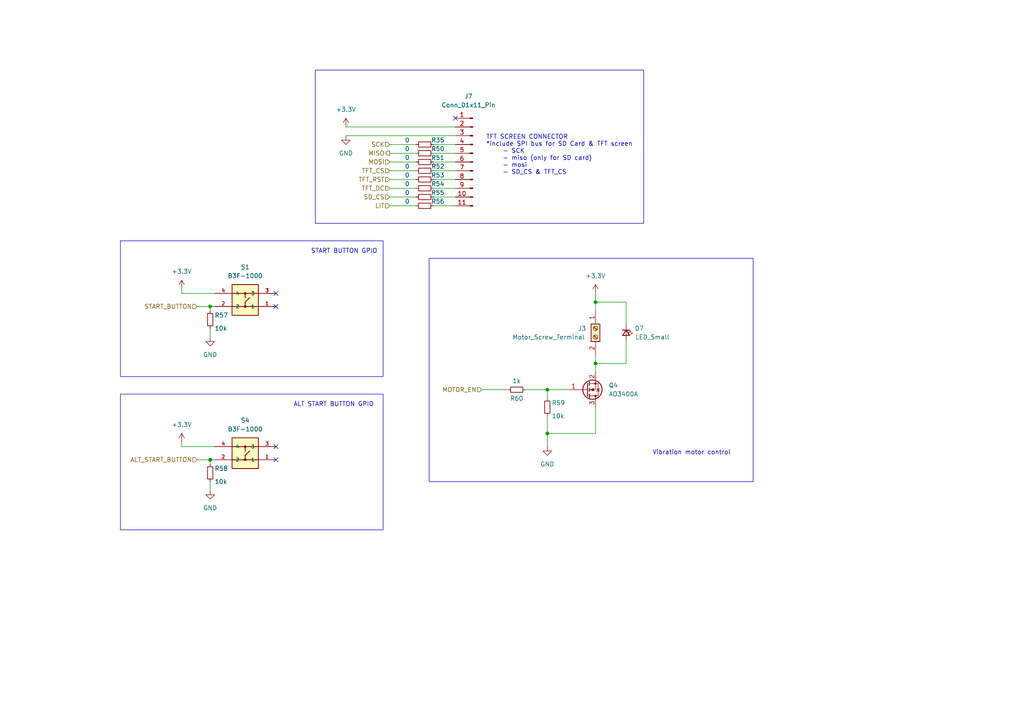
<source format=kicad_sch>
(kicad_sch (version 20230121) (generator eeschema)
  (paper "A4")
  (title_block (title "Display Schematic") (company "Generate Product Development Studio"))
  (lib_symbols
    (symbol "B3F-1000:B3F-1000" (pin_names (offset 1.016))
      (property "Reference" "S2" (at -0.0016 12.7 0))
      (property "Value" "B3F-1000" (at -0.0016 10.16 0))
      (symbol "B3F-1000_0_0"
        (rectangle (start -3.81 7.62) (end 3.81 -1.27) (stroke (width 0.254)) (fill (type background)))
        (polyline (pts (xy -3.81 1.27) (xy 0 1.27)) (stroke (width 0.254)))
        (polyline (pts (xy -3.81 5.08) (xy 0 5.08)) (stroke (width 0.254)))
        (polyline (pts (xy 0 1.27) (xy 0 2.54)) (stroke (width 0.254)))
        (polyline (pts (xy 0 1.27) (xy 3.81 1.27)) (stroke (width 0.254)))
        (polyline (pts (xy 0 2.54) (xy 1.27 3.81)) (stroke (width 0.254)))
        (polyline (pts (xy 0 5.08) (xy 0 3.81)) (stroke (width 0.254)))
        (polyline (pts (xy 0 5.08) (xy 3.81 5.08)) (stroke (width 0.254)))
        (circle (center 0 1.27) (radius 0.254) (stroke (width 0.254)))
        (circle (center 0 5.08) (radius 0.254) (stroke (width 0.254)))
        (pin passive line (at 8.89 1.27 180) (length 5.08) (name "1") (number "1"))
        (pin passive line (at -8.89 1.27 0) (length 5.08) (name "2") (number "2"))
        (pin passive line (at 8.89 5.08 180) (length 5.08) (name "3") (number "3"))
        (pin passive line (at -8.89 5.08 0) (length 5.08) (name "4") (number "4"))
      )
    )
    (symbol "Connector:Conn_01x11_Pin" (pin_names (offset 1.016) hide)
      (property "Reference" "J" (at 0 15.24 0))
      (property "Value" "Conn_01x11_Pin" (at 0 -15.24 0))
      (symbol "Conn_01x11_Pin_1_1"
        (polyline (pts (xy 1.27 -12.7) (xy 0.8636 -12.7)) (stroke (width 0.1524)))
        (polyline (pts (xy 1.27 -10.16) (xy 0.8636 -10.16)) (stroke (width 0.1524)))
        (polyline (pts (xy 1.27 -7.62) (xy 0.8636 -7.62)) (stroke (width 0.1524)))
        (polyline (pts (xy 1.27 -5.08) (xy 0.8636 -5.08)) (stroke (width 0.1524)))
        (polyline (pts (xy 1.27 -2.54) (xy 0.8636 -2.54)) (stroke (width 0.1524)))
        (polyline (pts (xy 1.27 0) (xy 0.8636 0)) (stroke (width 0.1524)))
        (polyline (pts (xy 1.27 2.54) (xy 0.8636 2.54)) (stroke (width 0.1524)))
        (polyline (pts (xy 1.27 5.08) (xy 0.8636 5.08)) (stroke (width 0.1524)))
        (polyline (pts (xy 1.27 7.62) (xy 0.8636 7.62)) (stroke (width 0.1524)))
        (polyline (pts (xy 1.27 10.16) (xy 0.8636 10.16)) (stroke (width 0.1524)))
        (polyline (pts (xy 1.27 12.7) (xy 0.8636 12.7)) (stroke (width 0.1524)))
        (rectangle (start 0.8636 -12.573) (end 0 -12.827) (stroke (width 0.1524)) (fill (type outline)))
        (rectangle (start 0.8636 -10.033) (end 0 -10.287) (stroke (width 0.1524)) (fill (type outline)))
        (rectangle (start 0.8636 -7.493) (end 0 -7.747) (stroke (width 0.1524)) (fill (type outline)))
        (rectangle (start 0.8636 -4.953) (end 0 -5.207) (stroke (width 0.1524)) (fill (type outline)))
        (rectangle (start 0.8636 -2.413) (end 0 -2.667) (stroke (width 0.1524)) (fill (type outline)))
        (rectangle (start 0.8636 0.127) (end 0 -0.127) (stroke (width 0.1524)) (fill (type outline)))
        (rectangle (start 0.8636 2.667) (end 0 2.413) (stroke (width 0.1524)) (fill (type outline)))
        (rectangle (start 0.8636 5.207) (end 0 4.953) (stroke (width 0.1524)) (fill (type outline)))
        (rectangle (start 0.8636 7.747) (end 0 7.493) (stroke (width 0.1524)) (fill (type outline)))
        (rectangle (start 0.8636 10.287) (end 0 10.033) (stroke (width 0.1524)) (fill (type outline)))
        (rectangle (start 0.8636 12.827) (end 0 12.573) (stroke (width 0.1524)) (fill (type outline)))
        (pin passive line (at 5.08 12.7 180) (length 3.81) (name "Pin_1") (number "1"))
        (pin passive line (at 5.08 -10.16 180) (length 3.81) (name "Pin_10") (number "10"))
        (pin passive line (at 5.08 -12.7 180) (length 3.81) (name "Pin_11") (number "11"))
        (pin passive line (at 5.08 10.16 180) (length 3.81) (name "Pin_2") (number "2"))
        (pin passive line (at 5.08 7.62 180) (length 3.81) (name "Pin_3") (number "3"))
        (pin passive line (at 5.08 5.08 180) (length 3.81) (name "Pin_4") (number "4"))
        (pin passive line (at 5.08 2.54 180) (length 3.81) (name "Pin_5") (number "5"))
        (pin passive line (at 5.08 0 180) (length 3.81) (name "Pin_6") (number "6"))
        (pin passive line (at 5.08 -2.54 180) (length 3.81) (name "Pin_7") (number "7"))
        (pin passive line (at 5.08 -5.08 180) (length 3.81) (name "Pin_8") (number "8"))
        (pin passive line (at 5.08 -7.62 180) (length 3.81) (name "Pin_9") (number "9"))
      )
    )
    (symbol "Connector:Screw_Terminal_01x02" (pin_names (offset 1.016) hide)
      (property "Reference" "J3" (at 2.54 0 0))
      (property "Value" "Screw_Terminal_01x02" (at 2.54 -2.54 0))
      (symbol "Screw_Terminal_01x02_1_1"
        (rectangle (start -1.27 1.27) (end 1.27 -3.81) (stroke (width 0.254)) (fill (type background)))
        (circle (center 0 -2.54) (radius 0.635) (stroke (width 0.1524)))
        (polyline (pts (xy -0.5334 -2.2098) (xy 0.3302 -3.048)) (stroke (width 0.1524)))
        (polyline (pts (xy -0.5334 0.3302) (xy 0.3302 -0.508)) (stroke (width 0.1524)))
        (polyline (pts (xy -0.3556 -2.032) (xy 0.508 -2.8702)) (stroke (width 0.1524)))
        (polyline (pts (xy -0.3556 0.508) (xy 0.508 -0.3302)) (stroke (width 0.1524)))
        (circle (center 0 0) (radius 0.635) (stroke (width 0.1524)))
        (pin passive line (at 0 5.08 270) (length 3.81) (name "Pin_1") (number "1"))
        (pin passive line (at 0 -7.62 90) (length 3.81) (name "Pin_2") (number "2"))
      )
    )
    (symbol "Device:LED_Small" (pin_numbers hide) (pin_names (offset 0.254) hide)
      (property "Reference" "D" (at -1.27 3.175 0))
      (property "Value" "LED_Small" (at -4.445 -2.54 0))
      (symbol "LED_Small_0_1"
        (polyline (pts (xy -0.762 -1.016) (xy -0.762 1.016)) (stroke (width 0.254)))
        (polyline (pts (xy 1.016 0) (xy -0.762 0)))
        (polyline (pts (xy 0.762 -1.016) (xy -0.762 0) (xy 0.762 1.016) (xy 0.762 -1.016)) (stroke (width 0.254)))
        (polyline (pts (xy 0 0.762) (xy -0.508 1.27) (xy -0.254 1.27) (xy -0.508 1.27) (xy -0.508 1.016)))
        (polyline (pts (xy 0.508 1.27) (xy 0 1.778) (xy 0.254 1.778) (xy 0 1.778) (xy 0 1.524)))
      )
      (symbol "LED_Small_1_1"
        (pin passive line (at -2.54 0 0) (length 1.778) (name "K") (number "1"))
        (pin passive line (at 2.54 0 180) (length 1.778) (name "A") (number "2"))
      )
    )
    (symbol "Device:R_Small" (pin_numbers hide) (pin_names (offset 0.254) hide)
      (property "Reference" "R" (at 0.762 0.508 0))
      (property "Value" "R_Small" (at 0.762 -1.016 0))
      (symbol "R_Small_0_1"
        (rectangle (start -0.762 1.778) (end 0.762 -1.778) (stroke (width 0.2032)))
      )
      (symbol "R_Small_1_1"
        (pin passive line (at 0 2.54 270) (length 0.762) (name "~") (number "1"))
        (pin passive line (at 0 -2.54 90) (length 0.762) (name "~") (number "2"))
      )
    )
    (symbol "Transistor_FET:AO3400A" (pin_names hide)
      (property "Reference" "Q" (at 5.08 1.905 0))
      (property "Value" "AO3400A" (at 5.08 0 0))
      (symbol "AO3400A_0_1"
        (polyline (pts (xy 0.254 0) (xy -2.54 0)))
        (polyline (pts (xy 0.254 1.905) (xy 0.254 -1.905)) (stroke (width 0.254)))
        (polyline (pts (xy 0.762 -1.27) (xy 0.762 -2.286)) (stroke (width 0.254)))
        (polyline (pts (xy 0.762 0.508) (xy 0.762 -0.508)) (stroke (width 0.254)))
        (polyline (pts (xy 0.762 2.286) (xy 0.762 1.27)) (stroke (width 0.254)))
        (polyline (pts (xy 2.54 2.54) (xy 2.54 1.778)))
        (polyline (pts (xy 2.54 -2.54) (xy 2.54 0) (xy 0.762 0)))
        (polyline (pts (xy 0.762 -1.778) (xy 3.302 -1.778) (xy 3.302 1.778) (xy 0.762 1.778)))
        (polyline (pts (xy 1.016 0) (xy 2.032 0.381) (xy 2.032 -0.381) (xy 1.016 0)) (fill (type outline)))
        (polyline (pts (xy 2.794 0.508) (xy 2.921 0.381) (xy 3.683 0.381) (xy 3.81 0.254)))
        (polyline (pts (xy 3.302 0.381) (xy 2.921 -0.254) (xy 3.683 -0.254) (xy 3.302 0.381)))
        (circle (center 1.651 0) (radius 2.794) (stroke (width 0.254)))
        (circle (center 2.54 -1.778) (radius 0.254) (fill (type outline)))
        (circle (center 2.54 1.778) (radius 0.254) (fill (type outline)))
      )
      (symbol "AO3400A_1_1"
        (pin input line (at -5.08 0 0) (length 2.54) (name "G") (number "1"))
        (pin passive line (at 2.54 -5.08 90) (length 2.54) (name "S") (number "2"))
        (pin passive line (at 2.54 5.08 270) (length 2.54) (name "D") (number "3"))
      )
    )
    (symbol "power:+3.3V" (power) (pin_names (offset 0))
      (property "Value" "+3.3V" (at 0 3.556 0))
      (symbol "+3.3V_0_1"
        (polyline (pts (xy -0.762 1.27) (xy 0 2.54)))
        (polyline (pts (xy 0 0) (xy 0 2.54)))
        (polyline (pts (xy 0 2.54) (xy 0.762 1.27)))
      )
      (symbol "+3.3V_1_1"
        (pin power_in line (at 0 0 90) (length 0) hide (name "+3.3V") (number "1"))
      )
    )
    (symbol "power:GND" (power) (pin_names (offset 0))
      (property "Value" "GND" (at 0 -3.81 0))
      (symbol "GND_0_1"
        (polyline (pts (xy 0 0) (xy 0 -1.27) (xy 1.27 -1.27) (xy 0 -2.54) (xy -1.27 -1.27) (xy 0 -1.27)))
      )
      (symbol "GND_1_1"
        (pin power_in line (at 0 0 270) (length 0) hide (name "GND") (number "1"))
      )
    )
  )
  (junction (at 60.96 133.35))
  (junction (at 60.96 88.9))
  (junction (at 172.72 105.41))
  (junction (at 172.72 87.63))
  (junction (at 158.75 125.73))
  (junction (at 158.75 113.03))
  (no_connect (at 80.01 133.35))
  (no_connect (at 80.01 85.09))
  (no_connect (at 132.08 34.29))
  (no_connect (at 80.01 129.54))
  (no_connect (at 80.01 88.9))
  (wire (pts (xy 125.73 54.61) (xy 132.08 54.61)))
  (wire (pts (xy 100.33 39.37) (xy 132.08 39.37)))
  (wire (pts (xy 125.73 44.45) (xy 132.08 44.45)))
  (wire (pts (xy 125.73 57.15) (xy 132.08 57.15)))
  (wire (pts (xy 158.75 113.03) (xy 165.1 113.03)))
  (wire (pts (xy 113.03 46.99) (xy 120.65 46.99)))
  (wire (pts (xy 158.75 125.73) (xy 172.72 125.73)))
  (wire (pts (xy 125.73 41.91) (xy 132.08 41.91)))
  (wire (pts (xy 113.03 49.53) (xy 120.65 49.53)))
  (wire (pts (xy 52.705 129.54) (xy 62.23 129.54)))
  (wire (pts (xy 113.03 44.45) (xy 120.65 44.45)))
  (wire (pts (xy 60.96 88.9) (xy 60.96 90.17)))
  (wire (pts (xy 158.75 120.65) (xy 158.75 125.73)))
  (wire (pts (xy 158.75 125.73) (xy 158.75 129.54)))
  (wire (pts (xy 172.72 85.09) (xy 172.72 87.63)))
  (wire (pts (xy 113.03 57.15) (xy 120.65 57.15)))
  (wire (pts (xy 125.73 46.99) (xy 132.08 46.99)))
  (wire (pts (xy 52.705 128.27) (xy 52.705 129.54)))
  (wire (pts (xy 60.96 95.25) (xy 60.96 97.79)))
  (wire (pts (xy 172.72 102.87) (xy 172.72 105.41)))
  (wire (pts (xy 125.73 59.69) (xy 132.08 59.69)))
  (wire (pts (xy 100.33 36.83) (xy 132.08 36.83)))
  (wire (pts (xy 60.96 88.9) (xy 62.23 88.9)))
  (wire (pts (xy 60.96 133.35) (xy 60.96 134.62)))
  (wire (pts (xy 152.4 113.03) (xy 158.75 113.03)))
  (wire (pts (xy 125.73 49.53) (xy 132.08 49.53)))
  (wire (pts (xy 172.72 105.41) (xy 172.72 107.95)))
  (wire (pts (xy 172.72 87.63) (xy 172.72 90.17)))
  (wire (pts (xy 113.03 54.61) (xy 120.65 54.61)))
  (wire (pts (xy 181.61 105.41) (xy 172.72 105.41)))
  (wire (pts (xy 181.61 93.98) (xy 181.61 87.63)))
  (wire (pts (xy 158.75 113.03) (xy 158.75 115.57)))
  (wire (pts (xy 125.73 52.07) (xy 132.08 52.07)))
  (wire (pts (xy 57.15 88.9) (xy 60.96 88.9)))
  (wire (pts (xy 113.03 41.91) (xy 120.65 41.91)))
  (wire (pts (xy 57.15 133.35) (xy 60.96 133.35)))
  (wire (pts (xy 172.72 118.11) (xy 172.72 125.73)))
  (wire (pts (xy 113.03 59.69) (xy 120.65 59.69)))
  (wire (pts (xy 52.705 85.09) (xy 62.23 85.09)))
  (wire (pts (xy 113.03 52.07) (xy 120.65 52.07)))
  (wire (pts (xy 172.72 87.63) (xy 181.61 87.63)))
  (wire (pts (xy 139.7 113.03) (xy 147.32 113.03)))
  (wire (pts (xy 52.705 83.82) (xy 52.705 85.09)))
  (wire (pts (xy 60.96 133.35) (xy 62.23 133.35)))
  (wire (pts (xy 181.61 99.06) (xy 181.61 105.41)))
  (wire (pts (xy 60.96 139.7) (xy 60.96 142.24)))
  (rectangle (start 34.925 114.3) (end 111.125 153.67))
  (rectangle (start 124.46 74.93) (end 218.44 139.7))
  (rectangle (start 34.925 69.85) (end 111.125 109.22))
  (rectangle (start 91.44 20.32) (end 186.69 64.77))
  (text "Vibration motor control\n" (at 189.23 132.08 0) (effects (font (size 1.27 1.27)) (justify left bottom)))
  (text "TFT SCREEN CONNECTOR \n*include SPI bus for SD Card & TFT screen \n 	- SCK\n	- miso (only for SD card)\n	- mosi\n	- SD_CS & TFT_CS" (at 140.97 50.8 0) (effects (font (size 1.27 1.27)) (justify left bottom)))
  (text "ALT START BUTTON GPIO\n" (at 85.09 118.11 0) (effects (font (size 1.27 1.27)) (justify left bottom)))
  (text "START BUTTON GPIO\n" (at 90.17 73.66 0) (effects (font (size 1.27 1.27)) (justify left bottom)))
  (hierarchical_label "TFT_DC" (shape input) (at 113.03 54.61 180))
  (hierarchical_label "TFT_CS" (shape input) (at 113.03 49.53 180))
  (hierarchical_label "MISO" (shape output) (at 113.03 44.45 180))
  (hierarchical_label "MOTOR_EN" (shape input) (at 139.7 113.03 180))
  (hierarchical_label "MOSI" (shape input) (at 113.03 46.99 180))
  (hierarchical_label "TFT_RST" (shape input) (at 113.03 52.07 180))
  (hierarchical_label "ALT_START_BUTTON" (shape input) (at 57.15 133.35 180))
  (hierarchical_label "SCK" (shape input) (at 113.03 41.91 180))
  (hierarchical_label "LIT" (shape input) (at 113.03 59.69 180))
  (hierarchical_label "START_BUTTON" (shape input) (at 57.15 88.9 180))
  (hierarchical_label "SD_CS" (shape input) (at 113.03 57.15 180))
  (symbol (lib_id "Device:R_Small") (at 123.19 41.91 90) (unit 1)
    (property "Reference" "R35" (at 127 40.64 90))
    (property "Value" "0" (at 118.11 40.64 90))
    (property "Footprint" "Resistor_SMD:R_0402_1005Metric" (effects hide))
  )
  (symbol (lib_id "power:GND") (at 60.96 142.24 0) (unit 1)
    (property "Reference" "#PWR063" (effects hide))
    (property "Value" "GND" (at 60.96 147.32 0))
  )
  (symbol (lib_id "Device:R_Small") (at 123.19 59.69 90) (unit 1)
    (property "Reference" "R56" (at 127 58.42 90))
    (property "Value" "0" (at 118.11 58.42 90))
    (property "Footprint" "Resistor_SMD:R_0402_1005Metric" (effects hide))
  )
  (symbol (lib_id "power:+3.3V") (at 172.72 85.09 0) (unit 1)
    (property "Reference" "#PWR053" (effects hide))
    (property "Value" "+3.3V" (at 172.72 80.01 0))
  )
  (symbol (lib_id "power:GND") (at 158.75 129.54 0) (unit 1)
    (property "Reference" "#PWR054" (effects hide))
    (property "Value" "GND" (at 158.75 134.62 0))
  )
  (symbol (lib_id "Device:R_Small") (at 123.19 52.07 90) (unit 1)
    (property "Reference" "R53" (at 127 50.8 90))
    (property "Value" "0" (at 118.11 50.8 90))
    (property "Footprint" "Resistor_SMD:R_0402_1005Metric" (effects hide))
  )
  (symbol (lib_id "Device:LED_Small") (at 181.61 96.52 270) (unit 1)
    (property "Reference" "D7" (at 185.42 95.25 90))
    (property "Value" "LED_Small" (at 189.23 97.79 90))
    (property "Footprint" "LED_SMD:LED_0402_1005Metric" (effects hide))
  )
  (symbol (lib_id "Device:R_Small") (at 123.19 49.53 90) (unit 1)
    (property "Reference" "R52" (at 127 48.26 90))
    (property "Value" "0" (at 118.11 48.26 90))
    (property "Footprint" "Resistor_SMD:R_01005_0402Metric" (effects hide))
  )
  (symbol (lib_id "Connector:Screw_Terminal_01x02") (at 172.72 95.25 0) (unit 1)
    (property "Reference" "J3" (at 167.64 95.25 0) (effects (justify left)))
    (property "Value" "Motor_Screw_Terminal" (at 148.59 97.79 0) (effects (justify left)))
    (property "Footprint" "Connector_PinHeader_2.54mm:PinHeader_1x02_P2.54mm_Vertical" (effects hide))
  )
  (symbol (lib_id "Device:R_Small") (at 123.19 54.61 90) (unit 1)
    (property "Reference" "R54" (at 127 53.34 90))
    (property "Value" "0" (at 118.11 53.34 90))
    (property "Footprint" "Resistor_SMD:R_0402_1005Metric" (effects hide))
  )
  (symbol (lib_id "Device:R_Small") (at 123.19 44.45 90) (unit 1)
    (property "Reference" "R50" (at 127 43.18 90))
    (property "Value" "0" (at 118.11 43.18 90))
    (property "Footprint" "Resistor_SMD:R_01005_0402Metric" (effects hide))
  )
  (symbol (lib_id "Connector:Conn_01x11_Pin") (at 137.16 46.99 0) (mirror y) (unit 1)
    (property "Reference" "J7" (at 135.89 27.94 0))
    (property "Value" "Conn_01x11_Pin" (at 135.89 30.48 0))
    (property "Footprint" "Connector_PinHeader_2.54mm:PinHeader_1x11_P2.54mm_Horizontal" (effects hide))
  )
  (symbol (lib_id "Device:R_Small") (at 60.96 137.16 0) (unit 1)
    (property "Reference" "R58" (at 62.23 135.89 0) (effects (justify left)))
    (property "Value" "10k" (at 62.23 139.7 0) (effects (justify left)))
    (property "Footprint" "Resistor_SMD:R_0402_1005Metric" (effects hide))
  )
  (symbol (lib_id "power:+3.3V") (at 52.705 83.82 0) (unit 1)
    (property "Reference" "#PWR062" (effects hide))
    (property "Value" "+3.3V" (at 52.705 78.74 0))
  )
  (symbol (lib_id "Device:R_Small") (at 60.96 92.71 0) (unit 1)
    (property "Reference" "R57" (at 62.23 91.44 0) (effects (justify left)))
    (property "Value" "10k" (at 62.23 95.25 0) (effects (justify left)))
    (property "Footprint" "Resistor_SMD:R_0402_1005Metric" (effects hide))
  )
  (symbol (lib_id "B3F-1000:B3F-1000") (at 71.12 90.17 0) (unit 1)
    (property "Reference" "S1" (at 71.1184 77.47 0))
    (property "Value" "B3F-1000" (at 71.1184 80.01 0))
    (property "Footprint" "Muscle_Recovery_Footprint_Library:SW_B3F-1000" (effects hide))
    (property "MF" "Omron" (effects hide))
    (property "Description" "\nTactile Switch SPST-NO Top Actuated Through Hole\n" (effects hide))
    (property "Package" "None" (effects hide))
    (property "Price" "None" (effects hide))
    (property "Check_prices" "https://www.snapeda.com/parts/B3F-1000/Omron+Electronics+Inc-EMC+Div/view-part/?ref=eda" (effects hide))
    (property "SnapEDA_Link" "https://www.snapeda.com/parts/B3F-1000/Omron+Electronics+Inc-EMC+Div/view-part/?ref=snap" (effects hide))
    (property "MP" "B3F-1000" (effects hide))
    (property "Purchase-URL" "https://www.snapeda.com/api/url_track_click_mouser/?unipart_id=48569&manufacturer=Omron&part_name=B3F-1000&search_term=b3f-10" (effects hide))
    (property "Availability" "In Stock" (effects hide))
    (property "MANUFACTURER" "Omron" (effects hide))
  )
  (symbol (lib_id "Transistor_FET:AO3400A") (at 170.18 113.03 0) (mirror x) (unit 1)
    (property "Reference" "Q4" (at 176.53 111.76 0) (effects (justify left)))
    (property "Value" "AO3400A" (at 176.53 114.3 0) (effects (justify left)))
    (property "Footprint" "Package_TO_SOT_SMD:SOT-23" (effects hide))
    (property "Datasheet" "http://www.aosmd.com/pdfs/datasheet/AO3400A.pdf" (effects hide))
  )
  (symbol (lib_id "Device:R_Small") (at 123.19 46.99 90) (unit 1)
    (property "Reference" "R51" (at 127 45.72 90))
    (property "Value" "0" (at 118.11 45.72 90))
    (property "Footprint" "Resistor_SMD:R_01005_0402Metric" (effects hide))
  )
  (symbol (lib_id "power:GND") (at 60.96 97.79 0) (unit 1)
    (property "Reference" "#PWR060" (effects hide))
    (property "Value" "GND" (at 60.96 102.87 0))
  )
  (symbol (lib_id "B3F-1000:B3F-1000") (at 71.12 134.62 0) (unit 1)
    (property "Reference" "S4" (at 71.1184 121.92 0))
    (property "Value" "B3F-1000" (at 71.1184 124.46 0))
    (property "Footprint" "Muscle_Recovery_Footprint_Library:SW_B3F-1000" (effects hide))
    (property "MF" "Omron" (effects hide))
    (property "Description" "\nTactile Switch SPST-NO Top Actuated Through Hole\n" (effects hide))
    (property "Package" "None" (effects hide))
    (property "Price" "None" (effects hide))
    (property "Check_prices" "https://www.snapeda.com/parts/B3F-1000/Omron+Electronics+Inc-EMC+Div/view-part/?ref=eda" (effects hide))
    (property "SnapEDA_Link" "https://www.snapeda.com/parts/B3F-1000/Omron+Electronics+Inc-EMC+Div/view-part/?ref=snap" (effects hide))
    (property "MP" "B3F-1000" (effects hide))
    (property "Purchase-URL" "https://www.snapeda.com/api/url_track_click_mouser/?unipart_id=48569&manufacturer=Omron&part_name=B3F-1000&search_term=b3f-10" (effects hide))
    (property "Availability" "In Stock" (effects hide))
    (property "MANUFACTURER" "Omron" (effects hide))
  )
  (symbol (lib_id "Device:R_Small") (at 149.86 113.03 90) (unit 1)
    (property "Reference" "R60" (at 149.86 115.57 90))
    (property "Value" "1k" (at 149.86 110.49 90))
    (property "Footprint" "Resistor_SMD:R_0402_1005Metric" (effects hide))
  )
  (symbol (lib_id "Device:R_Small") (at 123.19 57.15 90) (unit 1)
    (property "Reference" "R55" (at 127 55.88 90))
    (property "Value" "0" (at 118.11 55.88 90))
    (property "Footprint" "Resistor_SMD:R_0402_1005Metric" (effects hide))
  )
  (symbol (lib_id "power:GND") (at 100.33 39.37 0) (unit 1)
    (property "Reference" "#PWR059" (effects hide))
    (property "Value" "GND" (at 100.33 44.45 0))
  )
  (symbol (lib_id "power:+3.3V") (at 52.705 128.27 0) (unit 1)
    (property "Reference" "#PWR061" (effects hide))
    (property "Value" "+3.3V" (at 52.705 123.19 0))
  )
  (symbol (lib_id "Device:R_Small") (at 158.75 118.11 0) (unit 1)
    (property "Reference" "R59" (at 160.02 116.84 0) (effects (justify left)))
    (property "Value" "10k" (at 160.02 120.65 0) (effects (justify left)))
    (property "Footprint" "Resistor_SMD:R_0402_1005Metric" (effects hide))
  )
  (symbol (lib_id "power:+3.3V") (at 100.33 36.83 0) (unit 1)
    (property "Reference" "#PWR055" (effects hide))
    (property "Value" "+3.3V" (at 100.33 31.75 0))
  )
)
</source>
